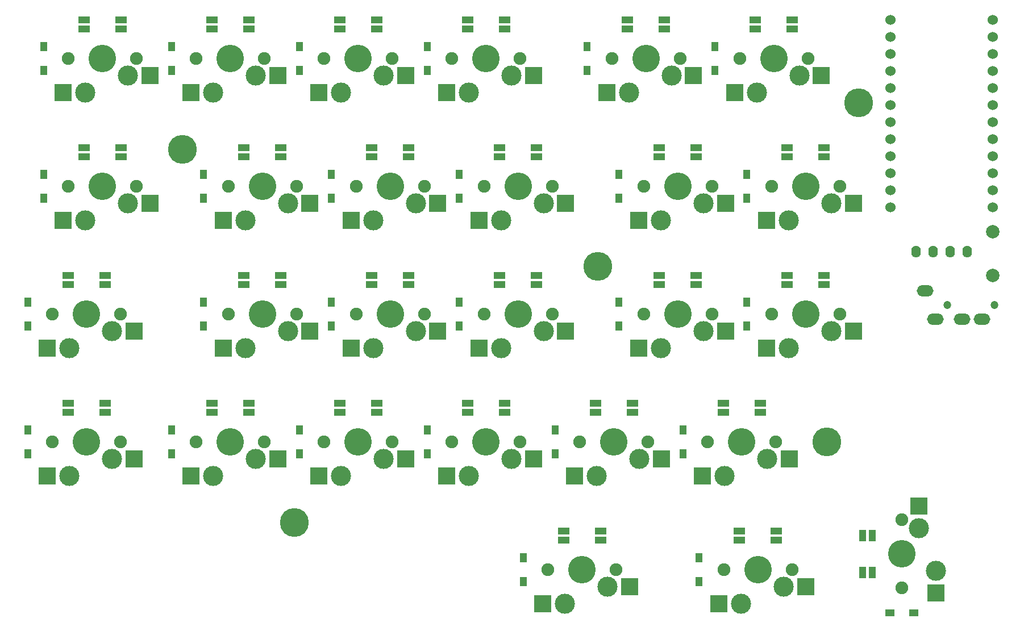
<source format=gbr>
G04 #@! TF.GenerationSoftware,KiCad,Pcbnew,(5.1.9)-1*
G04 #@! TF.CreationDate,2021-01-10T01:59:46+09:00*
G04 #@! TF.ProjectId,yuiop27,7975696f-7032-4372-9e6b-696361645f70,rev?*
G04 #@! TF.SameCoordinates,Original*
G04 #@! TF.FileFunction,Soldermask,Bot*
G04 #@! TF.FilePolarity,Negative*
%FSLAX46Y46*%
G04 Gerber Fmt 4.6, Leading zero omitted, Abs format (unit mm)*
G04 Created by KiCad (PCBNEW (5.1.9)-1) date 2021-01-10 01:59:46*
%MOMM*%
%LPD*%
G01*
G04 APERTURE LIST*
%ADD10C,4.300000*%
%ADD11R,2.550000X2.500000*%
%ADD12C,4.100000*%
%ADD13C,1.900000*%
%ADD14C,3.000000*%
%ADD15R,1.000000X1.400000*%
%ADD16R,1.400000X1.000000*%
%ADD17C,1.200000*%
%ADD18O,2.500000X1.700000*%
%ADD19R,1.000000X1.700000*%
%ADD20R,1.700000X1.000000*%
%ADD21O,1.397000X1.778000*%
%ADD22C,2.000000*%
%ADD23R,2.500000X2.550000*%
%ADD24C,1.524000*%
G04 APERTURE END LIST*
D10*
X100838000Y-83407250D03*
X201612500Y-76485750D03*
X162750500Y-100806250D03*
X196850000Y-127031750D03*
X117475000Y-139033250D03*
D11*
X172216750Y-129540000D03*
D12*
X165131750Y-127000000D03*
D13*
X160051750Y-127000000D03*
X170211750Y-127000000D03*
D11*
X159289750Y-132080000D03*
D14*
X168941750Y-129540000D03*
X162591750Y-132080000D03*
X172116750Y-93980000D03*
X178466750Y-91440000D03*
D11*
X168814750Y-93980000D03*
D13*
X179736750Y-88900000D03*
X169576750Y-88900000D03*
D12*
X174656750Y-88900000D03*
D11*
X181741750Y-91440000D03*
D14*
X110204250Y-113030000D03*
X116554250Y-110490000D03*
D11*
X106902250Y-113030000D03*
D13*
X117824250Y-107950000D03*
X107664250Y-107950000D03*
D12*
X112744250Y-107950000D03*
D11*
X119829250Y-110490000D03*
D14*
X148304250Y-93980000D03*
X154654250Y-91440000D03*
D11*
X145002250Y-93980000D03*
D13*
X155924250Y-88900000D03*
X145764250Y-88900000D03*
D12*
X150844250Y-88900000D03*
D11*
X157929250Y-91440000D03*
D15*
X80168750Y-68075000D03*
X80168750Y-71625000D03*
X99218750Y-68075000D03*
X99218750Y-71625000D03*
X118268750Y-71625000D03*
X118268750Y-68075000D03*
X137318750Y-68075000D03*
X137318750Y-71625000D03*
X161131250Y-68075000D03*
X161131250Y-71625000D03*
X180181250Y-71625000D03*
X180181250Y-68075000D03*
X80168750Y-90675000D03*
X80168750Y-87125000D03*
X103981250Y-90675000D03*
X103981250Y-87125000D03*
X123031250Y-87125000D03*
X123031250Y-90675000D03*
X142081250Y-90675000D03*
X142081250Y-87125000D03*
X165893750Y-90675000D03*
X165893750Y-87125000D03*
X184943750Y-87125000D03*
X184943750Y-90675000D03*
X77787500Y-106175000D03*
X77787500Y-109725000D03*
X103981250Y-109725000D03*
X103981250Y-106175000D03*
X123031250Y-109725000D03*
X123031250Y-106175000D03*
X142081250Y-106175000D03*
X142081250Y-109725000D03*
X165893750Y-106175000D03*
X165893750Y-109725000D03*
X184943750Y-106175000D03*
X184943750Y-109725000D03*
X77787500Y-125225000D03*
X77787500Y-128775000D03*
X99218750Y-125225000D03*
X99218750Y-128775000D03*
X118268750Y-125225000D03*
X118268750Y-128775000D03*
X137318750Y-125225000D03*
X137318750Y-128775000D03*
X156368750Y-128775000D03*
X156368750Y-125225000D03*
X175418750Y-128775000D03*
X175418750Y-125225000D03*
X151606250Y-144275000D03*
X151606250Y-147825000D03*
X177800000Y-144275000D03*
X177800000Y-147825000D03*
D16*
X209801000Y-152463500D03*
X206251000Y-152463500D03*
D17*
X221797750Y-106616500D03*
X214797750Y-106616500D03*
D18*
X219997750Y-108716500D03*
X216997750Y-108716500D03*
X212997750Y-108716500D03*
X211497750Y-104516500D03*
D19*
X203614250Y-146450500D03*
X202214250Y-146450500D03*
X203614250Y-140950500D03*
X202214250Y-140950500D03*
D20*
X183813000Y-141670000D03*
X183813000Y-140270000D03*
X189313000Y-141670000D03*
X189313000Y-140270000D03*
X181431750Y-122620000D03*
X181431750Y-121220000D03*
X186931750Y-122620000D03*
X186931750Y-121220000D03*
X196456750Y-102170000D03*
X196456750Y-103570000D03*
X190956750Y-102170000D03*
X190956750Y-103570000D03*
X190956750Y-84520000D03*
X190956750Y-83120000D03*
X196456750Y-84520000D03*
X196456750Y-83120000D03*
X191694250Y-64070000D03*
X191694250Y-65470000D03*
X186194250Y-64070000D03*
X186194250Y-65470000D03*
X167144250Y-65470000D03*
X167144250Y-64070000D03*
X172644250Y-65470000D03*
X172644250Y-64070000D03*
X177406750Y-83120000D03*
X177406750Y-84520000D03*
X171906750Y-83120000D03*
X171906750Y-84520000D03*
X171906750Y-103570000D03*
X171906750Y-102170000D03*
X177406750Y-103570000D03*
X177406750Y-102170000D03*
X167881750Y-121220000D03*
X167881750Y-122620000D03*
X162381750Y-121220000D03*
X162381750Y-122620000D03*
X157619250Y-141670000D03*
X157619250Y-140270000D03*
X163119250Y-141670000D03*
X163119250Y-140270000D03*
X148831750Y-121220000D03*
X148831750Y-122620000D03*
X143331750Y-121220000D03*
X143331750Y-122620000D03*
X148094250Y-103570000D03*
X148094250Y-102170000D03*
X153594250Y-103570000D03*
X153594250Y-102170000D03*
X153594250Y-83120000D03*
X153594250Y-84520000D03*
X148094250Y-83120000D03*
X148094250Y-84520000D03*
X143331750Y-65470000D03*
X143331750Y-64070000D03*
X148831750Y-65470000D03*
X148831750Y-64070000D03*
X129781750Y-64070000D03*
X129781750Y-65470000D03*
X124281750Y-64070000D03*
X124281750Y-65470000D03*
X129044250Y-84520000D03*
X129044250Y-83120000D03*
X134544250Y-84520000D03*
X134544250Y-83120000D03*
X134544250Y-102170000D03*
X134544250Y-103570000D03*
X129044250Y-102170000D03*
X129044250Y-103570000D03*
X129781750Y-121220000D03*
X129781750Y-122620000D03*
X124281750Y-121220000D03*
X124281750Y-122620000D03*
X110731750Y-121220000D03*
X110731750Y-122620000D03*
X105231750Y-121220000D03*
X105231750Y-122620000D03*
X109994250Y-103570000D03*
X109994250Y-102170000D03*
X115494250Y-103570000D03*
X115494250Y-102170000D03*
X115494250Y-83120000D03*
X115494250Y-84520000D03*
X109994250Y-83120000D03*
X109994250Y-84520000D03*
X105231750Y-65470000D03*
X105231750Y-64070000D03*
X110731750Y-65470000D03*
X110731750Y-64070000D03*
X91681750Y-64070000D03*
X91681750Y-65470000D03*
X86181750Y-64070000D03*
X86181750Y-65470000D03*
X86181750Y-84520000D03*
X86181750Y-83120000D03*
X91681750Y-84520000D03*
X91681750Y-83120000D03*
X83800500Y-103570000D03*
X83800500Y-102170000D03*
X89300500Y-103570000D03*
X89300500Y-102170000D03*
X83800500Y-122620000D03*
X83800500Y-121220000D03*
X89300500Y-122620000D03*
X89300500Y-121220000D03*
D21*
X210153250Y-98679000D03*
X212693250Y-98679000D03*
X215233250Y-98679000D03*
X217773250Y-98679000D03*
D22*
X221583250Y-95683000D03*
X221583250Y-102183000D03*
D14*
X86391750Y-74930000D03*
X92741750Y-72390000D03*
D11*
X83089750Y-74930000D03*
D13*
X94011750Y-69850000D03*
X83851750Y-69850000D03*
D12*
X88931750Y-69850000D03*
D11*
X96016750Y-72390000D03*
D14*
X105441750Y-74930000D03*
X111791750Y-72390000D03*
D11*
X102139750Y-74930000D03*
D13*
X113061750Y-69850000D03*
X102901750Y-69850000D03*
D12*
X107981750Y-69850000D03*
D11*
X115066750Y-72390000D03*
X134116750Y-72390000D03*
D12*
X127031750Y-69850000D03*
D13*
X121951750Y-69850000D03*
X132111750Y-69850000D03*
D11*
X121189750Y-74930000D03*
D14*
X130841750Y-72390000D03*
X124491750Y-74930000D03*
D11*
X153166750Y-72390000D03*
D12*
X146081750Y-69850000D03*
D13*
X141001750Y-69850000D03*
X151161750Y-69850000D03*
D11*
X140239750Y-74930000D03*
D14*
X149891750Y-72390000D03*
X143541750Y-74930000D03*
D11*
X176979250Y-72390000D03*
D12*
X169894250Y-69850000D03*
D13*
X164814250Y-69850000D03*
X174974250Y-69850000D03*
D11*
X164052250Y-74930000D03*
D14*
X173704250Y-72390000D03*
X167354250Y-74930000D03*
D11*
X196029250Y-72390000D03*
D12*
X188944250Y-69850000D03*
D13*
X183864250Y-69850000D03*
X194024250Y-69850000D03*
D11*
X183102250Y-74930000D03*
D14*
X192754250Y-72390000D03*
X186404250Y-74930000D03*
D11*
X96016750Y-91440000D03*
D12*
X88931750Y-88900000D03*
D13*
X83851750Y-88900000D03*
X94011750Y-88900000D03*
D11*
X83089750Y-93980000D03*
D14*
X92741750Y-91440000D03*
X86391750Y-93980000D03*
D11*
X119829250Y-91440000D03*
D12*
X112744250Y-88900000D03*
D13*
X107664250Y-88900000D03*
X117824250Y-88900000D03*
D11*
X106902250Y-93980000D03*
D14*
X116554250Y-91440000D03*
X110204250Y-93980000D03*
X129254250Y-93980000D03*
X135604250Y-91440000D03*
D11*
X125952250Y-93980000D03*
D13*
X136874250Y-88900000D03*
X126714250Y-88900000D03*
D12*
X131794250Y-88900000D03*
D11*
X138879250Y-91440000D03*
X200791750Y-91440000D03*
D12*
X193706750Y-88900000D03*
D13*
X188626750Y-88900000D03*
X198786750Y-88900000D03*
D11*
X187864750Y-93980000D03*
D14*
X197516750Y-91440000D03*
X191166750Y-93980000D03*
D11*
X93635500Y-110490000D03*
D12*
X86550500Y-107950000D03*
D13*
X81470500Y-107950000D03*
X91630500Y-107950000D03*
D11*
X80708500Y-113030000D03*
D14*
X90360500Y-110490000D03*
X84010500Y-113030000D03*
X129254250Y-113030000D03*
X135604250Y-110490000D03*
D11*
X125952250Y-113030000D03*
D13*
X136874250Y-107950000D03*
X126714250Y-107950000D03*
D12*
X131794250Y-107950000D03*
D11*
X138879250Y-110490000D03*
D14*
X148304250Y-113030000D03*
X154654250Y-110490000D03*
D11*
X145002250Y-113030000D03*
D13*
X155924250Y-107950000D03*
X145764250Y-107950000D03*
D12*
X150844250Y-107950000D03*
D11*
X157929250Y-110490000D03*
D14*
X172116750Y-113030000D03*
X178466750Y-110490000D03*
D11*
X168814750Y-113030000D03*
D13*
X179736750Y-107950000D03*
X169576750Y-107950000D03*
D12*
X174656750Y-107950000D03*
D11*
X181741750Y-110490000D03*
D14*
X191166750Y-113030000D03*
X197516750Y-110490000D03*
D11*
X187864750Y-113030000D03*
D13*
X198786750Y-107950000D03*
X188626750Y-107950000D03*
D12*
X193706750Y-107950000D03*
D11*
X200791750Y-110490000D03*
X93635500Y-129540000D03*
D12*
X86550500Y-127000000D03*
D13*
X81470500Y-127000000D03*
X91630500Y-127000000D03*
D11*
X80708500Y-132080000D03*
D14*
X90360500Y-129540000D03*
X84010500Y-132080000D03*
X105441750Y-132080000D03*
X111791750Y-129540000D03*
D11*
X102139750Y-132080000D03*
D13*
X113061750Y-127000000D03*
X102901750Y-127000000D03*
D12*
X107981750Y-127000000D03*
D11*
X115066750Y-129540000D03*
X134116750Y-129540000D03*
D12*
X127031750Y-127000000D03*
D13*
X121951750Y-127000000D03*
X132111750Y-127000000D03*
D11*
X121189750Y-132080000D03*
D14*
X130841750Y-129540000D03*
X124491750Y-132080000D03*
D11*
X153166750Y-129540000D03*
D12*
X146081750Y-127000000D03*
D13*
X141001750Y-127000000D03*
X151161750Y-127000000D03*
D11*
X140239750Y-132080000D03*
D14*
X149891750Y-129540000D03*
X143541750Y-132080000D03*
D11*
X191266750Y-129540000D03*
D12*
X184181750Y-127000000D03*
D13*
X179101750Y-127000000D03*
X189261750Y-127000000D03*
D11*
X178339750Y-132080000D03*
D14*
X187991750Y-129540000D03*
X181641750Y-132080000D03*
D11*
X167454250Y-148590000D03*
D12*
X160369250Y-146050000D03*
D13*
X155289250Y-146050000D03*
X165449250Y-146050000D03*
D11*
X154527250Y-151130000D03*
D14*
X164179250Y-148590000D03*
X157829250Y-151130000D03*
D11*
X193675000Y-148590000D03*
D12*
X186590000Y-146050000D03*
D13*
X181510000Y-146050000D03*
X191670000Y-146050000D03*
D11*
X180748000Y-151130000D03*
D14*
X190400000Y-148590000D03*
X184050000Y-151130000D03*
D23*
X210521550Y-136596450D03*
D12*
X207981550Y-143681450D03*
D13*
X207981550Y-148761450D03*
X207981550Y-138601450D03*
D23*
X213061550Y-149523450D03*
D14*
X210521550Y-139871450D03*
X213061550Y-146221450D03*
D24*
X221574650Y-64135000D03*
X221574650Y-66675000D03*
X221574650Y-69215000D03*
X221574650Y-71755000D03*
X221574650Y-74295000D03*
X221574650Y-76835000D03*
X221574650Y-79375000D03*
X221574650Y-81915000D03*
X221574650Y-84455000D03*
X221574650Y-86995000D03*
X221574650Y-89535000D03*
X221574650Y-92075000D03*
X206354650Y-92075000D03*
X206354650Y-89535000D03*
X206354650Y-86995000D03*
X206354650Y-84455000D03*
X206354650Y-81915000D03*
X206354650Y-79375000D03*
X206354650Y-76835000D03*
X206354650Y-74295000D03*
X206354650Y-71755000D03*
X206354650Y-69215000D03*
X206354650Y-66675000D03*
X206354650Y-64135000D03*
M02*

</source>
